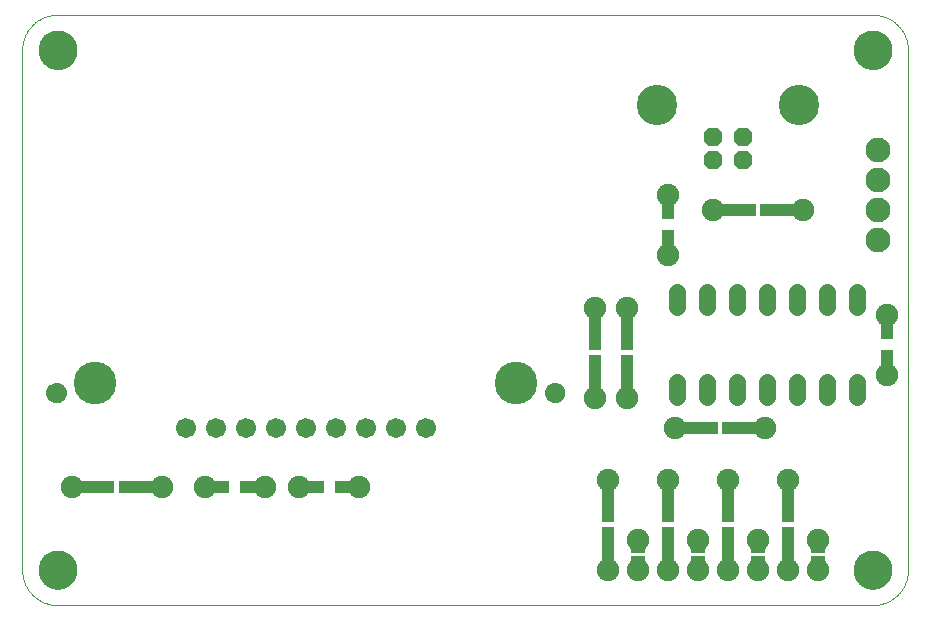
<source format=gts>
G75*
%MOIN*%
%OFA0B0*%
%FSLAX25Y25*%
%IPPOS*%
%LPD*%
%AMOC8*
5,1,8,0,0,1.08239X$1,22.5*
%
%ADD10C,0.00000*%
%ADD11C,0.12998*%
%ADD12R,0.04337X0.10636*%
%ADD13C,0.07487*%
%ADD14C,0.05600*%
%ADD15R,0.12998X0.04337*%
%ADD16OC8,0.06140*%
%ADD17C,0.13455*%
%ADD18R,0.04337X0.12998*%
%ADD19R,0.05124X0.03550*%
%ADD20C,0.08274*%
%ADD21C,0.06699*%
%ADD22C,0.14180*%
%ADD23R,0.10636X0.04337*%
D10*
X0017535Y0005724D02*
X0289189Y0005724D01*
X0282890Y0017535D02*
X0282892Y0017693D01*
X0282898Y0017851D01*
X0282908Y0018009D01*
X0282922Y0018167D01*
X0282940Y0018324D01*
X0282961Y0018481D01*
X0282987Y0018637D01*
X0283017Y0018793D01*
X0283050Y0018948D01*
X0283088Y0019101D01*
X0283129Y0019254D01*
X0283174Y0019406D01*
X0283223Y0019557D01*
X0283276Y0019706D01*
X0283332Y0019854D01*
X0283392Y0020000D01*
X0283456Y0020145D01*
X0283524Y0020288D01*
X0283595Y0020430D01*
X0283669Y0020570D01*
X0283747Y0020707D01*
X0283829Y0020843D01*
X0283913Y0020977D01*
X0284002Y0021108D01*
X0284093Y0021237D01*
X0284188Y0021364D01*
X0284285Y0021489D01*
X0284386Y0021611D01*
X0284490Y0021730D01*
X0284597Y0021847D01*
X0284707Y0021961D01*
X0284820Y0022072D01*
X0284935Y0022181D01*
X0285053Y0022286D01*
X0285174Y0022388D01*
X0285297Y0022488D01*
X0285423Y0022584D01*
X0285551Y0022677D01*
X0285681Y0022767D01*
X0285814Y0022853D01*
X0285949Y0022937D01*
X0286085Y0023016D01*
X0286224Y0023093D01*
X0286365Y0023165D01*
X0286507Y0023235D01*
X0286651Y0023300D01*
X0286797Y0023362D01*
X0286944Y0023420D01*
X0287093Y0023475D01*
X0287243Y0023526D01*
X0287394Y0023573D01*
X0287546Y0023616D01*
X0287699Y0023655D01*
X0287854Y0023691D01*
X0288009Y0023722D01*
X0288165Y0023750D01*
X0288321Y0023774D01*
X0288478Y0023794D01*
X0288636Y0023810D01*
X0288793Y0023822D01*
X0288952Y0023830D01*
X0289110Y0023834D01*
X0289268Y0023834D01*
X0289426Y0023830D01*
X0289585Y0023822D01*
X0289742Y0023810D01*
X0289900Y0023794D01*
X0290057Y0023774D01*
X0290213Y0023750D01*
X0290369Y0023722D01*
X0290524Y0023691D01*
X0290679Y0023655D01*
X0290832Y0023616D01*
X0290984Y0023573D01*
X0291135Y0023526D01*
X0291285Y0023475D01*
X0291434Y0023420D01*
X0291581Y0023362D01*
X0291727Y0023300D01*
X0291871Y0023235D01*
X0292013Y0023165D01*
X0292154Y0023093D01*
X0292293Y0023016D01*
X0292429Y0022937D01*
X0292564Y0022853D01*
X0292697Y0022767D01*
X0292827Y0022677D01*
X0292955Y0022584D01*
X0293081Y0022488D01*
X0293204Y0022388D01*
X0293325Y0022286D01*
X0293443Y0022181D01*
X0293558Y0022072D01*
X0293671Y0021961D01*
X0293781Y0021847D01*
X0293888Y0021730D01*
X0293992Y0021611D01*
X0294093Y0021489D01*
X0294190Y0021364D01*
X0294285Y0021237D01*
X0294376Y0021108D01*
X0294465Y0020977D01*
X0294549Y0020843D01*
X0294631Y0020707D01*
X0294709Y0020570D01*
X0294783Y0020430D01*
X0294854Y0020288D01*
X0294922Y0020145D01*
X0294986Y0020000D01*
X0295046Y0019854D01*
X0295102Y0019706D01*
X0295155Y0019557D01*
X0295204Y0019406D01*
X0295249Y0019254D01*
X0295290Y0019101D01*
X0295328Y0018948D01*
X0295361Y0018793D01*
X0295391Y0018637D01*
X0295417Y0018481D01*
X0295438Y0018324D01*
X0295456Y0018167D01*
X0295470Y0018009D01*
X0295480Y0017851D01*
X0295486Y0017693D01*
X0295488Y0017535D01*
X0295486Y0017377D01*
X0295480Y0017219D01*
X0295470Y0017061D01*
X0295456Y0016903D01*
X0295438Y0016746D01*
X0295417Y0016589D01*
X0295391Y0016433D01*
X0295361Y0016277D01*
X0295328Y0016122D01*
X0295290Y0015969D01*
X0295249Y0015816D01*
X0295204Y0015664D01*
X0295155Y0015513D01*
X0295102Y0015364D01*
X0295046Y0015216D01*
X0294986Y0015070D01*
X0294922Y0014925D01*
X0294854Y0014782D01*
X0294783Y0014640D01*
X0294709Y0014500D01*
X0294631Y0014363D01*
X0294549Y0014227D01*
X0294465Y0014093D01*
X0294376Y0013962D01*
X0294285Y0013833D01*
X0294190Y0013706D01*
X0294093Y0013581D01*
X0293992Y0013459D01*
X0293888Y0013340D01*
X0293781Y0013223D01*
X0293671Y0013109D01*
X0293558Y0012998D01*
X0293443Y0012889D01*
X0293325Y0012784D01*
X0293204Y0012682D01*
X0293081Y0012582D01*
X0292955Y0012486D01*
X0292827Y0012393D01*
X0292697Y0012303D01*
X0292564Y0012217D01*
X0292429Y0012133D01*
X0292293Y0012054D01*
X0292154Y0011977D01*
X0292013Y0011905D01*
X0291871Y0011835D01*
X0291727Y0011770D01*
X0291581Y0011708D01*
X0291434Y0011650D01*
X0291285Y0011595D01*
X0291135Y0011544D01*
X0290984Y0011497D01*
X0290832Y0011454D01*
X0290679Y0011415D01*
X0290524Y0011379D01*
X0290369Y0011348D01*
X0290213Y0011320D01*
X0290057Y0011296D01*
X0289900Y0011276D01*
X0289742Y0011260D01*
X0289585Y0011248D01*
X0289426Y0011240D01*
X0289268Y0011236D01*
X0289110Y0011236D01*
X0288952Y0011240D01*
X0288793Y0011248D01*
X0288636Y0011260D01*
X0288478Y0011276D01*
X0288321Y0011296D01*
X0288165Y0011320D01*
X0288009Y0011348D01*
X0287854Y0011379D01*
X0287699Y0011415D01*
X0287546Y0011454D01*
X0287394Y0011497D01*
X0287243Y0011544D01*
X0287093Y0011595D01*
X0286944Y0011650D01*
X0286797Y0011708D01*
X0286651Y0011770D01*
X0286507Y0011835D01*
X0286365Y0011905D01*
X0286224Y0011977D01*
X0286085Y0012054D01*
X0285949Y0012133D01*
X0285814Y0012217D01*
X0285681Y0012303D01*
X0285551Y0012393D01*
X0285423Y0012486D01*
X0285297Y0012582D01*
X0285174Y0012682D01*
X0285053Y0012784D01*
X0284935Y0012889D01*
X0284820Y0012998D01*
X0284707Y0013109D01*
X0284597Y0013223D01*
X0284490Y0013340D01*
X0284386Y0013459D01*
X0284285Y0013581D01*
X0284188Y0013706D01*
X0284093Y0013833D01*
X0284002Y0013962D01*
X0283913Y0014093D01*
X0283829Y0014227D01*
X0283747Y0014363D01*
X0283669Y0014500D01*
X0283595Y0014640D01*
X0283524Y0014782D01*
X0283456Y0014925D01*
X0283392Y0015070D01*
X0283332Y0015216D01*
X0283276Y0015364D01*
X0283223Y0015513D01*
X0283174Y0015664D01*
X0283129Y0015816D01*
X0283088Y0015969D01*
X0283050Y0016122D01*
X0283017Y0016277D01*
X0282987Y0016433D01*
X0282961Y0016589D01*
X0282940Y0016746D01*
X0282922Y0016903D01*
X0282908Y0017061D01*
X0282898Y0017219D01*
X0282892Y0017377D01*
X0282890Y0017535D01*
X0289189Y0005724D02*
X0289474Y0005727D01*
X0289760Y0005738D01*
X0290045Y0005755D01*
X0290329Y0005779D01*
X0290613Y0005810D01*
X0290896Y0005848D01*
X0291177Y0005893D01*
X0291458Y0005944D01*
X0291738Y0006002D01*
X0292016Y0006067D01*
X0292292Y0006139D01*
X0292566Y0006217D01*
X0292839Y0006302D01*
X0293109Y0006394D01*
X0293377Y0006492D01*
X0293643Y0006596D01*
X0293906Y0006707D01*
X0294166Y0006824D01*
X0294424Y0006947D01*
X0294678Y0007077D01*
X0294929Y0007213D01*
X0295177Y0007354D01*
X0295421Y0007502D01*
X0295662Y0007655D01*
X0295898Y0007815D01*
X0296131Y0007980D01*
X0296360Y0008150D01*
X0296585Y0008326D01*
X0296805Y0008508D01*
X0297021Y0008694D01*
X0297232Y0008886D01*
X0297439Y0009083D01*
X0297641Y0009285D01*
X0297838Y0009492D01*
X0298030Y0009703D01*
X0298216Y0009919D01*
X0298398Y0010139D01*
X0298574Y0010364D01*
X0298744Y0010593D01*
X0298909Y0010826D01*
X0299069Y0011062D01*
X0299222Y0011303D01*
X0299370Y0011547D01*
X0299511Y0011795D01*
X0299647Y0012046D01*
X0299777Y0012300D01*
X0299900Y0012558D01*
X0300017Y0012818D01*
X0300128Y0013081D01*
X0300232Y0013347D01*
X0300330Y0013615D01*
X0300422Y0013885D01*
X0300507Y0014158D01*
X0300585Y0014432D01*
X0300657Y0014708D01*
X0300722Y0014986D01*
X0300780Y0015266D01*
X0300831Y0015547D01*
X0300876Y0015828D01*
X0300914Y0016111D01*
X0300945Y0016395D01*
X0300969Y0016679D01*
X0300986Y0016964D01*
X0300997Y0017250D01*
X0301000Y0017535D01*
X0301000Y0190764D01*
X0282890Y0190764D02*
X0282892Y0190922D01*
X0282898Y0191080D01*
X0282908Y0191238D01*
X0282922Y0191396D01*
X0282940Y0191553D01*
X0282961Y0191710D01*
X0282987Y0191866D01*
X0283017Y0192022D01*
X0283050Y0192177D01*
X0283088Y0192330D01*
X0283129Y0192483D01*
X0283174Y0192635D01*
X0283223Y0192786D01*
X0283276Y0192935D01*
X0283332Y0193083D01*
X0283392Y0193229D01*
X0283456Y0193374D01*
X0283524Y0193517D01*
X0283595Y0193659D01*
X0283669Y0193799D01*
X0283747Y0193936D01*
X0283829Y0194072D01*
X0283913Y0194206D01*
X0284002Y0194337D01*
X0284093Y0194466D01*
X0284188Y0194593D01*
X0284285Y0194718D01*
X0284386Y0194840D01*
X0284490Y0194959D01*
X0284597Y0195076D01*
X0284707Y0195190D01*
X0284820Y0195301D01*
X0284935Y0195410D01*
X0285053Y0195515D01*
X0285174Y0195617D01*
X0285297Y0195717D01*
X0285423Y0195813D01*
X0285551Y0195906D01*
X0285681Y0195996D01*
X0285814Y0196082D01*
X0285949Y0196166D01*
X0286085Y0196245D01*
X0286224Y0196322D01*
X0286365Y0196394D01*
X0286507Y0196464D01*
X0286651Y0196529D01*
X0286797Y0196591D01*
X0286944Y0196649D01*
X0287093Y0196704D01*
X0287243Y0196755D01*
X0287394Y0196802D01*
X0287546Y0196845D01*
X0287699Y0196884D01*
X0287854Y0196920D01*
X0288009Y0196951D01*
X0288165Y0196979D01*
X0288321Y0197003D01*
X0288478Y0197023D01*
X0288636Y0197039D01*
X0288793Y0197051D01*
X0288952Y0197059D01*
X0289110Y0197063D01*
X0289268Y0197063D01*
X0289426Y0197059D01*
X0289585Y0197051D01*
X0289742Y0197039D01*
X0289900Y0197023D01*
X0290057Y0197003D01*
X0290213Y0196979D01*
X0290369Y0196951D01*
X0290524Y0196920D01*
X0290679Y0196884D01*
X0290832Y0196845D01*
X0290984Y0196802D01*
X0291135Y0196755D01*
X0291285Y0196704D01*
X0291434Y0196649D01*
X0291581Y0196591D01*
X0291727Y0196529D01*
X0291871Y0196464D01*
X0292013Y0196394D01*
X0292154Y0196322D01*
X0292293Y0196245D01*
X0292429Y0196166D01*
X0292564Y0196082D01*
X0292697Y0195996D01*
X0292827Y0195906D01*
X0292955Y0195813D01*
X0293081Y0195717D01*
X0293204Y0195617D01*
X0293325Y0195515D01*
X0293443Y0195410D01*
X0293558Y0195301D01*
X0293671Y0195190D01*
X0293781Y0195076D01*
X0293888Y0194959D01*
X0293992Y0194840D01*
X0294093Y0194718D01*
X0294190Y0194593D01*
X0294285Y0194466D01*
X0294376Y0194337D01*
X0294465Y0194206D01*
X0294549Y0194072D01*
X0294631Y0193936D01*
X0294709Y0193799D01*
X0294783Y0193659D01*
X0294854Y0193517D01*
X0294922Y0193374D01*
X0294986Y0193229D01*
X0295046Y0193083D01*
X0295102Y0192935D01*
X0295155Y0192786D01*
X0295204Y0192635D01*
X0295249Y0192483D01*
X0295290Y0192330D01*
X0295328Y0192177D01*
X0295361Y0192022D01*
X0295391Y0191866D01*
X0295417Y0191710D01*
X0295438Y0191553D01*
X0295456Y0191396D01*
X0295470Y0191238D01*
X0295480Y0191080D01*
X0295486Y0190922D01*
X0295488Y0190764D01*
X0295486Y0190606D01*
X0295480Y0190448D01*
X0295470Y0190290D01*
X0295456Y0190132D01*
X0295438Y0189975D01*
X0295417Y0189818D01*
X0295391Y0189662D01*
X0295361Y0189506D01*
X0295328Y0189351D01*
X0295290Y0189198D01*
X0295249Y0189045D01*
X0295204Y0188893D01*
X0295155Y0188742D01*
X0295102Y0188593D01*
X0295046Y0188445D01*
X0294986Y0188299D01*
X0294922Y0188154D01*
X0294854Y0188011D01*
X0294783Y0187869D01*
X0294709Y0187729D01*
X0294631Y0187592D01*
X0294549Y0187456D01*
X0294465Y0187322D01*
X0294376Y0187191D01*
X0294285Y0187062D01*
X0294190Y0186935D01*
X0294093Y0186810D01*
X0293992Y0186688D01*
X0293888Y0186569D01*
X0293781Y0186452D01*
X0293671Y0186338D01*
X0293558Y0186227D01*
X0293443Y0186118D01*
X0293325Y0186013D01*
X0293204Y0185911D01*
X0293081Y0185811D01*
X0292955Y0185715D01*
X0292827Y0185622D01*
X0292697Y0185532D01*
X0292564Y0185446D01*
X0292429Y0185362D01*
X0292293Y0185283D01*
X0292154Y0185206D01*
X0292013Y0185134D01*
X0291871Y0185064D01*
X0291727Y0184999D01*
X0291581Y0184937D01*
X0291434Y0184879D01*
X0291285Y0184824D01*
X0291135Y0184773D01*
X0290984Y0184726D01*
X0290832Y0184683D01*
X0290679Y0184644D01*
X0290524Y0184608D01*
X0290369Y0184577D01*
X0290213Y0184549D01*
X0290057Y0184525D01*
X0289900Y0184505D01*
X0289742Y0184489D01*
X0289585Y0184477D01*
X0289426Y0184469D01*
X0289268Y0184465D01*
X0289110Y0184465D01*
X0288952Y0184469D01*
X0288793Y0184477D01*
X0288636Y0184489D01*
X0288478Y0184505D01*
X0288321Y0184525D01*
X0288165Y0184549D01*
X0288009Y0184577D01*
X0287854Y0184608D01*
X0287699Y0184644D01*
X0287546Y0184683D01*
X0287394Y0184726D01*
X0287243Y0184773D01*
X0287093Y0184824D01*
X0286944Y0184879D01*
X0286797Y0184937D01*
X0286651Y0184999D01*
X0286507Y0185064D01*
X0286365Y0185134D01*
X0286224Y0185206D01*
X0286085Y0185283D01*
X0285949Y0185362D01*
X0285814Y0185446D01*
X0285681Y0185532D01*
X0285551Y0185622D01*
X0285423Y0185715D01*
X0285297Y0185811D01*
X0285174Y0185911D01*
X0285053Y0186013D01*
X0284935Y0186118D01*
X0284820Y0186227D01*
X0284707Y0186338D01*
X0284597Y0186452D01*
X0284490Y0186569D01*
X0284386Y0186688D01*
X0284285Y0186810D01*
X0284188Y0186935D01*
X0284093Y0187062D01*
X0284002Y0187191D01*
X0283913Y0187322D01*
X0283829Y0187456D01*
X0283747Y0187592D01*
X0283669Y0187729D01*
X0283595Y0187869D01*
X0283524Y0188011D01*
X0283456Y0188154D01*
X0283392Y0188299D01*
X0283332Y0188445D01*
X0283276Y0188593D01*
X0283223Y0188742D01*
X0283174Y0188893D01*
X0283129Y0189045D01*
X0283088Y0189198D01*
X0283050Y0189351D01*
X0283017Y0189506D01*
X0282987Y0189662D01*
X0282961Y0189818D01*
X0282940Y0189975D01*
X0282922Y0190132D01*
X0282908Y0190290D01*
X0282898Y0190448D01*
X0282892Y0190606D01*
X0282890Y0190764D01*
X0289189Y0202575D02*
X0289474Y0202572D01*
X0289760Y0202561D01*
X0290045Y0202544D01*
X0290329Y0202520D01*
X0290613Y0202489D01*
X0290896Y0202451D01*
X0291177Y0202406D01*
X0291458Y0202355D01*
X0291738Y0202297D01*
X0292016Y0202232D01*
X0292292Y0202160D01*
X0292566Y0202082D01*
X0292839Y0201997D01*
X0293109Y0201905D01*
X0293377Y0201807D01*
X0293643Y0201703D01*
X0293906Y0201592D01*
X0294166Y0201475D01*
X0294424Y0201352D01*
X0294678Y0201222D01*
X0294929Y0201086D01*
X0295177Y0200945D01*
X0295421Y0200797D01*
X0295662Y0200644D01*
X0295898Y0200484D01*
X0296131Y0200319D01*
X0296360Y0200149D01*
X0296585Y0199973D01*
X0296805Y0199791D01*
X0297021Y0199605D01*
X0297232Y0199413D01*
X0297439Y0199216D01*
X0297641Y0199014D01*
X0297838Y0198807D01*
X0298030Y0198596D01*
X0298216Y0198380D01*
X0298398Y0198160D01*
X0298574Y0197935D01*
X0298744Y0197706D01*
X0298909Y0197473D01*
X0299069Y0197237D01*
X0299222Y0196996D01*
X0299370Y0196752D01*
X0299511Y0196504D01*
X0299647Y0196253D01*
X0299777Y0195999D01*
X0299900Y0195741D01*
X0300017Y0195481D01*
X0300128Y0195218D01*
X0300232Y0194952D01*
X0300330Y0194684D01*
X0300422Y0194414D01*
X0300507Y0194141D01*
X0300585Y0193867D01*
X0300657Y0193591D01*
X0300722Y0193313D01*
X0300780Y0193033D01*
X0300831Y0192752D01*
X0300876Y0192471D01*
X0300914Y0192188D01*
X0300945Y0191904D01*
X0300969Y0191620D01*
X0300986Y0191335D01*
X0300997Y0191049D01*
X0301000Y0190764D01*
X0289189Y0202575D02*
X0017535Y0202575D01*
X0011236Y0190764D02*
X0011238Y0190922D01*
X0011244Y0191080D01*
X0011254Y0191238D01*
X0011268Y0191396D01*
X0011286Y0191553D01*
X0011307Y0191710D01*
X0011333Y0191866D01*
X0011363Y0192022D01*
X0011396Y0192177D01*
X0011434Y0192330D01*
X0011475Y0192483D01*
X0011520Y0192635D01*
X0011569Y0192786D01*
X0011622Y0192935D01*
X0011678Y0193083D01*
X0011738Y0193229D01*
X0011802Y0193374D01*
X0011870Y0193517D01*
X0011941Y0193659D01*
X0012015Y0193799D01*
X0012093Y0193936D01*
X0012175Y0194072D01*
X0012259Y0194206D01*
X0012348Y0194337D01*
X0012439Y0194466D01*
X0012534Y0194593D01*
X0012631Y0194718D01*
X0012732Y0194840D01*
X0012836Y0194959D01*
X0012943Y0195076D01*
X0013053Y0195190D01*
X0013166Y0195301D01*
X0013281Y0195410D01*
X0013399Y0195515D01*
X0013520Y0195617D01*
X0013643Y0195717D01*
X0013769Y0195813D01*
X0013897Y0195906D01*
X0014027Y0195996D01*
X0014160Y0196082D01*
X0014295Y0196166D01*
X0014431Y0196245D01*
X0014570Y0196322D01*
X0014711Y0196394D01*
X0014853Y0196464D01*
X0014997Y0196529D01*
X0015143Y0196591D01*
X0015290Y0196649D01*
X0015439Y0196704D01*
X0015589Y0196755D01*
X0015740Y0196802D01*
X0015892Y0196845D01*
X0016045Y0196884D01*
X0016200Y0196920D01*
X0016355Y0196951D01*
X0016511Y0196979D01*
X0016667Y0197003D01*
X0016824Y0197023D01*
X0016982Y0197039D01*
X0017139Y0197051D01*
X0017298Y0197059D01*
X0017456Y0197063D01*
X0017614Y0197063D01*
X0017772Y0197059D01*
X0017931Y0197051D01*
X0018088Y0197039D01*
X0018246Y0197023D01*
X0018403Y0197003D01*
X0018559Y0196979D01*
X0018715Y0196951D01*
X0018870Y0196920D01*
X0019025Y0196884D01*
X0019178Y0196845D01*
X0019330Y0196802D01*
X0019481Y0196755D01*
X0019631Y0196704D01*
X0019780Y0196649D01*
X0019927Y0196591D01*
X0020073Y0196529D01*
X0020217Y0196464D01*
X0020359Y0196394D01*
X0020500Y0196322D01*
X0020639Y0196245D01*
X0020775Y0196166D01*
X0020910Y0196082D01*
X0021043Y0195996D01*
X0021173Y0195906D01*
X0021301Y0195813D01*
X0021427Y0195717D01*
X0021550Y0195617D01*
X0021671Y0195515D01*
X0021789Y0195410D01*
X0021904Y0195301D01*
X0022017Y0195190D01*
X0022127Y0195076D01*
X0022234Y0194959D01*
X0022338Y0194840D01*
X0022439Y0194718D01*
X0022536Y0194593D01*
X0022631Y0194466D01*
X0022722Y0194337D01*
X0022811Y0194206D01*
X0022895Y0194072D01*
X0022977Y0193936D01*
X0023055Y0193799D01*
X0023129Y0193659D01*
X0023200Y0193517D01*
X0023268Y0193374D01*
X0023332Y0193229D01*
X0023392Y0193083D01*
X0023448Y0192935D01*
X0023501Y0192786D01*
X0023550Y0192635D01*
X0023595Y0192483D01*
X0023636Y0192330D01*
X0023674Y0192177D01*
X0023707Y0192022D01*
X0023737Y0191866D01*
X0023763Y0191710D01*
X0023784Y0191553D01*
X0023802Y0191396D01*
X0023816Y0191238D01*
X0023826Y0191080D01*
X0023832Y0190922D01*
X0023834Y0190764D01*
X0023832Y0190606D01*
X0023826Y0190448D01*
X0023816Y0190290D01*
X0023802Y0190132D01*
X0023784Y0189975D01*
X0023763Y0189818D01*
X0023737Y0189662D01*
X0023707Y0189506D01*
X0023674Y0189351D01*
X0023636Y0189198D01*
X0023595Y0189045D01*
X0023550Y0188893D01*
X0023501Y0188742D01*
X0023448Y0188593D01*
X0023392Y0188445D01*
X0023332Y0188299D01*
X0023268Y0188154D01*
X0023200Y0188011D01*
X0023129Y0187869D01*
X0023055Y0187729D01*
X0022977Y0187592D01*
X0022895Y0187456D01*
X0022811Y0187322D01*
X0022722Y0187191D01*
X0022631Y0187062D01*
X0022536Y0186935D01*
X0022439Y0186810D01*
X0022338Y0186688D01*
X0022234Y0186569D01*
X0022127Y0186452D01*
X0022017Y0186338D01*
X0021904Y0186227D01*
X0021789Y0186118D01*
X0021671Y0186013D01*
X0021550Y0185911D01*
X0021427Y0185811D01*
X0021301Y0185715D01*
X0021173Y0185622D01*
X0021043Y0185532D01*
X0020910Y0185446D01*
X0020775Y0185362D01*
X0020639Y0185283D01*
X0020500Y0185206D01*
X0020359Y0185134D01*
X0020217Y0185064D01*
X0020073Y0184999D01*
X0019927Y0184937D01*
X0019780Y0184879D01*
X0019631Y0184824D01*
X0019481Y0184773D01*
X0019330Y0184726D01*
X0019178Y0184683D01*
X0019025Y0184644D01*
X0018870Y0184608D01*
X0018715Y0184577D01*
X0018559Y0184549D01*
X0018403Y0184525D01*
X0018246Y0184505D01*
X0018088Y0184489D01*
X0017931Y0184477D01*
X0017772Y0184469D01*
X0017614Y0184465D01*
X0017456Y0184465D01*
X0017298Y0184469D01*
X0017139Y0184477D01*
X0016982Y0184489D01*
X0016824Y0184505D01*
X0016667Y0184525D01*
X0016511Y0184549D01*
X0016355Y0184577D01*
X0016200Y0184608D01*
X0016045Y0184644D01*
X0015892Y0184683D01*
X0015740Y0184726D01*
X0015589Y0184773D01*
X0015439Y0184824D01*
X0015290Y0184879D01*
X0015143Y0184937D01*
X0014997Y0184999D01*
X0014853Y0185064D01*
X0014711Y0185134D01*
X0014570Y0185206D01*
X0014431Y0185283D01*
X0014295Y0185362D01*
X0014160Y0185446D01*
X0014027Y0185532D01*
X0013897Y0185622D01*
X0013769Y0185715D01*
X0013643Y0185811D01*
X0013520Y0185911D01*
X0013399Y0186013D01*
X0013281Y0186118D01*
X0013166Y0186227D01*
X0013053Y0186338D01*
X0012943Y0186452D01*
X0012836Y0186569D01*
X0012732Y0186688D01*
X0012631Y0186810D01*
X0012534Y0186935D01*
X0012439Y0187062D01*
X0012348Y0187191D01*
X0012259Y0187322D01*
X0012175Y0187456D01*
X0012093Y0187592D01*
X0012015Y0187729D01*
X0011941Y0187869D01*
X0011870Y0188011D01*
X0011802Y0188154D01*
X0011738Y0188299D01*
X0011678Y0188445D01*
X0011622Y0188593D01*
X0011569Y0188742D01*
X0011520Y0188893D01*
X0011475Y0189045D01*
X0011434Y0189198D01*
X0011396Y0189351D01*
X0011363Y0189506D01*
X0011333Y0189662D01*
X0011307Y0189818D01*
X0011286Y0189975D01*
X0011268Y0190132D01*
X0011254Y0190290D01*
X0011244Y0190448D01*
X0011238Y0190606D01*
X0011236Y0190764D01*
X0005724Y0190764D02*
X0005724Y0017535D01*
X0011236Y0017535D02*
X0011238Y0017693D01*
X0011244Y0017851D01*
X0011254Y0018009D01*
X0011268Y0018167D01*
X0011286Y0018324D01*
X0011307Y0018481D01*
X0011333Y0018637D01*
X0011363Y0018793D01*
X0011396Y0018948D01*
X0011434Y0019101D01*
X0011475Y0019254D01*
X0011520Y0019406D01*
X0011569Y0019557D01*
X0011622Y0019706D01*
X0011678Y0019854D01*
X0011738Y0020000D01*
X0011802Y0020145D01*
X0011870Y0020288D01*
X0011941Y0020430D01*
X0012015Y0020570D01*
X0012093Y0020707D01*
X0012175Y0020843D01*
X0012259Y0020977D01*
X0012348Y0021108D01*
X0012439Y0021237D01*
X0012534Y0021364D01*
X0012631Y0021489D01*
X0012732Y0021611D01*
X0012836Y0021730D01*
X0012943Y0021847D01*
X0013053Y0021961D01*
X0013166Y0022072D01*
X0013281Y0022181D01*
X0013399Y0022286D01*
X0013520Y0022388D01*
X0013643Y0022488D01*
X0013769Y0022584D01*
X0013897Y0022677D01*
X0014027Y0022767D01*
X0014160Y0022853D01*
X0014295Y0022937D01*
X0014431Y0023016D01*
X0014570Y0023093D01*
X0014711Y0023165D01*
X0014853Y0023235D01*
X0014997Y0023300D01*
X0015143Y0023362D01*
X0015290Y0023420D01*
X0015439Y0023475D01*
X0015589Y0023526D01*
X0015740Y0023573D01*
X0015892Y0023616D01*
X0016045Y0023655D01*
X0016200Y0023691D01*
X0016355Y0023722D01*
X0016511Y0023750D01*
X0016667Y0023774D01*
X0016824Y0023794D01*
X0016982Y0023810D01*
X0017139Y0023822D01*
X0017298Y0023830D01*
X0017456Y0023834D01*
X0017614Y0023834D01*
X0017772Y0023830D01*
X0017931Y0023822D01*
X0018088Y0023810D01*
X0018246Y0023794D01*
X0018403Y0023774D01*
X0018559Y0023750D01*
X0018715Y0023722D01*
X0018870Y0023691D01*
X0019025Y0023655D01*
X0019178Y0023616D01*
X0019330Y0023573D01*
X0019481Y0023526D01*
X0019631Y0023475D01*
X0019780Y0023420D01*
X0019927Y0023362D01*
X0020073Y0023300D01*
X0020217Y0023235D01*
X0020359Y0023165D01*
X0020500Y0023093D01*
X0020639Y0023016D01*
X0020775Y0022937D01*
X0020910Y0022853D01*
X0021043Y0022767D01*
X0021173Y0022677D01*
X0021301Y0022584D01*
X0021427Y0022488D01*
X0021550Y0022388D01*
X0021671Y0022286D01*
X0021789Y0022181D01*
X0021904Y0022072D01*
X0022017Y0021961D01*
X0022127Y0021847D01*
X0022234Y0021730D01*
X0022338Y0021611D01*
X0022439Y0021489D01*
X0022536Y0021364D01*
X0022631Y0021237D01*
X0022722Y0021108D01*
X0022811Y0020977D01*
X0022895Y0020843D01*
X0022977Y0020707D01*
X0023055Y0020570D01*
X0023129Y0020430D01*
X0023200Y0020288D01*
X0023268Y0020145D01*
X0023332Y0020000D01*
X0023392Y0019854D01*
X0023448Y0019706D01*
X0023501Y0019557D01*
X0023550Y0019406D01*
X0023595Y0019254D01*
X0023636Y0019101D01*
X0023674Y0018948D01*
X0023707Y0018793D01*
X0023737Y0018637D01*
X0023763Y0018481D01*
X0023784Y0018324D01*
X0023802Y0018167D01*
X0023816Y0018009D01*
X0023826Y0017851D01*
X0023832Y0017693D01*
X0023834Y0017535D01*
X0023832Y0017377D01*
X0023826Y0017219D01*
X0023816Y0017061D01*
X0023802Y0016903D01*
X0023784Y0016746D01*
X0023763Y0016589D01*
X0023737Y0016433D01*
X0023707Y0016277D01*
X0023674Y0016122D01*
X0023636Y0015969D01*
X0023595Y0015816D01*
X0023550Y0015664D01*
X0023501Y0015513D01*
X0023448Y0015364D01*
X0023392Y0015216D01*
X0023332Y0015070D01*
X0023268Y0014925D01*
X0023200Y0014782D01*
X0023129Y0014640D01*
X0023055Y0014500D01*
X0022977Y0014363D01*
X0022895Y0014227D01*
X0022811Y0014093D01*
X0022722Y0013962D01*
X0022631Y0013833D01*
X0022536Y0013706D01*
X0022439Y0013581D01*
X0022338Y0013459D01*
X0022234Y0013340D01*
X0022127Y0013223D01*
X0022017Y0013109D01*
X0021904Y0012998D01*
X0021789Y0012889D01*
X0021671Y0012784D01*
X0021550Y0012682D01*
X0021427Y0012582D01*
X0021301Y0012486D01*
X0021173Y0012393D01*
X0021043Y0012303D01*
X0020910Y0012217D01*
X0020775Y0012133D01*
X0020639Y0012054D01*
X0020500Y0011977D01*
X0020359Y0011905D01*
X0020217Y0011835D01*
X0020073Y0011770D01*
X0019927Y0011708D01*
X0019780Y0011650D01*
X0019631Y0011595D01*
X0019481Y0011544D01*
X0019330Y0011497D01*
X0019178Y0011454D01*
X0019025Y0011415D01*
X0018870Y0011379D01*
X0018715Y0011348D01*
X0018559Y0011320D01*
X0018403Y0011296D01*
X0018246Y0011276D01*
X0018088Y0011260D01*
X0017931Y0011248D01*
X0017772Y0011240D01*
X0017614Y0011236D01*
X0017456Y0011236D01*
X0017298Y0011240D01*
X0017139Y0011248D01*
X0016982Y0011260D01*
X0016824Y0011276D01*
X0016667Y0011296D01*
X0016511Y0011320D01*
X0016355Y0011348D01*
X0016200Y0011379D01*
X0016045Y0011415D01*
X0015892Y0011454D01*
X0015740Y0011497D01*
X0015589Y0011544D01*
X0015439Y0011595D01*
X0015290Y0011650D01*
X0015143Y0011708D01*
X0014997Y0011770D01*
X0014853Y0011835D01*
X0014711Y0011905D01*
X0014570Y0011977D01*
X0014431Y0012054D01*
X0014295Y0012133D01*
X0014160Y0012217D01*
X0014027Y0012303D01*
X0013897Y0012393D01*
X0013769Y0012486D01*
X0013643Y0012582D01*
X0013520Y0012682D01*
X0013399Y0012784D01*
X0013281Y0012889D01*
X0013166Y0012998D01*
X0013053Y0013109D01*
X0012943Y0013223D01*
X0012836Y0013340D01*
X0012732Y0013459D01*
X0012631Y0013581D01*
X0012534Y0013706D01*
X0012439Y0013833D01*
X0012348Y0013962D01*
X0012259Y0014093D01*
X0012175Y0014227D01*
X0012093Y0014363D01*
X0012015Y0014500D01*
X0011941Y0014640D01*
X0011870Y0014782D01*
X0011802Y0014925D01*
X0011738Y0015070D01*
X0011678Y0015216D01*
X0011622Y0015364D01*
X0011569Y0015513D01*
X0011520Y0015664D01*
X0011475Y0015816D01*
X0011434Y0015969D01*
X0011396Y0016122D01*
X0011363Y0016277D01*
X0011333Y0016433D01*
X0011307Y0016589D01*
X0011286Y0016746D01*
X0011268Y0016903D01*
X0011254Y0017061D01*
X0011244Y0017219D01*
X0011238Y0017377D01*
X0011236Y0017535D01*
X0005724Y0017535D02*
X0005727Y0017250D01*
X0005738Y0016964D01*
X0005755Y0016679D01*
X0005779Y0016395D01*
X0005810Y0016111D01*
X0005848Y0015828D01*
X0005893Y0015547D01*
X0005944Y0015266D01*
X0006002Y0014986D01*
X0006067Y0014708D01*
X0006139Y0014432D01*
X0006217Y0014158D01*
X0006302Y0013885D01*
X0006394Y0013615D01*
X0006492Y0013347D01*
X0006596Y0013081D01*
X0006707Y0012818D01*
X0006824Y0012558D01*
X0006947Y0012300D01*
X0007077Y0012046D01*
X0007213Y0011795D01*
X0007354Y0011547D01*
X0007502Y0011303D01*
X0007655Y0011062D01*
X0007815Y0010826D01*
X0007980Y0010593D01*
X0008150Y0010364D01*
X0008326Y0010139D01*
X0008508Y0009919D01*
X0008694Y0009703D01*
X0008886Y0009492D01*
X0009083Y0009285D01*
X0009285Y0009083D01*
X0009492Y0008886D01*
X0009703Y0008694D01*
X0009919Y0008508D01*
X0010139Y0008326D01*
X0010364Y0008150D01*
X0010593Y0007980D01*
X0010826Y0007815D01*
X0011062Y0007655D01*
X0011303Y0007502D01*
X0011547Y0007354D01*
X0011795Y0007213D01*
X0012046Y0007077D01*
X0012300Y0006947D01*
X0012558Y0006824D01*
X0012818Y0006707D01*
X0013081Y0006596D01*
X0013347Y0006492D01*
X0013615Y0006394D01*
X0013885Y0006302D01*
X0014158Y0006217D01*
X0014432Y0006139D01*
X0014708Y0006067D01*
X0014986Y0006002D01*
X0015266Y0005944D01*
X0015547Y0005893D01*
X0015828Y0005848D01*
X0016111Y0005810D01*
X0016395Y0005779D01*
X0016679Y0005755D01*
X0016964Y0005738D01*
X0017250Y0005727D01*
X0017535Y0005724D01*
X0013992Y0076591D02*
X0013994Y0076703D01*
X0014000Y0076814D01*
X0014010Y0076926D01*
X0014024Y0077037D01*
X0014041Y0077147D01*
X0014063Y0077257D01*
X0014089Y0077366D01*
X0014118Y0077474D01*
X0014151Y0077580D01*
X0014188Y0077686D01*
X0014229Y0077790D01*
X0014274Y0077893D01*
X0014322Y0077994D01*
X0014373Y0078093D01*
X0014428Y0078190D01*
X0014487Y0078285D01*
X0014548Y0078379D01*
X0014613Y0078470D01*
X0014682Y0078558D01*
X0014753Y0078644D01*
X0014827Y0078728D01*
X0014905Y0078808D01*
X0014985Y0078886D01*
X0015068Y0078962D01*
X0015153Y0079034D01*
X0015241Y0079103D01*
X0015331Y0079169D01*
X0015424Y0079231D01*
X0015519Y0079291D01*
X0015616Y0079347D01*
X0015714Y0079399D01*
X0015815Y0079448D01*
X0015917Y0079493D01*
X0016021Y0079535D01*
X0016126Y0079573D01*
X0016233Y0079607D01*
X0016340Y0079637D01*
X0016449Y0079664D01*
X0016558Y0079686D01*
X0016669Y0079705D01*
X0016779Y0079720D01*
X0016891Y0079731D01*
X0017002Y0079738D01*
X0017114Y0079741D01*
X0017226Y0079740D01*
X0017338Y0079735D01*
X0017449Y0079726D01*
X0017560Y0079713D01*
X0017671Y0079696D01*
X0017781Y0079676D01*
X0017890Y0079651D01*
X0017998Y0079623D01*
X0018105Y0079590D01*
X0018211Y0079554D01*
X0018315Y0079514D01*
X0018418Y0079471D01*
X0018520Y0079424D01*
X0018619Y0079373D01*
X0018717Y0079319D01*
X0018813Y0079261D01*
X0018907Y0079200D01*
X0018998Y0079136D01*
X0019087Y0079069D01*
X0019174Y0078998D01*
X0019258Y0078924D01*
X0019340Y0078848D01*
X0019418Y0078768D01*
X0019494Y0078686D01*
X0019567Y0078601D01*
X0019637Y0078514D01*
X0019703Y0078424D01*
X0019767Y0078332D01*
X0019827Y0078238D01*
X0019884Y0078142D01*
X0019937Y0078043D01*
X0019987Y0077943D01*
X0020033Y0077842D01*
X0020076Y0077738D01*
X0020115Y0077633D01*
X0020150Y0077527D01*
X0020181Y0077420D01*
X0020209Y0077311D01*
X0020232Y0077202D01*
X0020252Y0077092D01*
X0020268Y0076981D01*
X0020280Y0076870D01*
X0020288Y0076759D01*
X0020292Y0076647D01*
X0020292Y0076535D01*
X0020288Y0076423D01*
X0020280Y0076312D01*
X0020268Y0076201D01*
X0020252Y0076090D01*
X0020232Y0075980D01*
X0020209Y0075871D01*
X0020181Y0075762D01*
X0020150Y0075655D01*
X0020115Y0075549D01*
X0020076Y0075444D01*
X0020033Y0075340D01*
X0019987Y0075239D01*
X0019937Y0075139D01*
X0019884Y0075040D01*
X0019827Y0074944D01*
X0019767Y0074850D01*
X0019703Y0074758D01*
X0019637Y0074668D01*
X0019567Y0074581D01*
X0019494Y0074496D01*
X0019418Y0074414D01*
X0019340Y0074334D01*
X0019258Y0074258D01*
X0019174Y0074184D01*
X0019087Y0074113D01*
X0018998Y0074046D01*
X0018907Y0073982D01*
X0018813Y0073921D01*
X0018717Y0073863D01*
X0018619Y0073809D01*
X0018520Y0073758D01*
X0018418Y0073711D01*
X0018315Y0073668D01*
X0018211Y0073628D01*
X0018105Y0073592D01*
X0017998Y0073559D01*
X0017890Y0073531D01*
X0017781Y0073506D01*
X0017671Y0073486D01*
X0017560Y0073469D01*
X0017449Y0073456D01*
X0017338Y0073447D01*
X0017226Y0073442D01*
X0017114Y0073441D01*
X0017002Y0073444D01*
X0016891Y0073451D01*
X0016779Y0073462D01*
X0016669Y0073477D01*
X0016558Y0073496D01*
X0016449Y0073518D01*
X0016340Y0073545D01*
X0016233Y0073575D01*
X0016126Y0073609D01*
X0016021Y0073647D01*
X0015917Y0073689D01*
X0015815Y0073734D01*
X0015714Y0073783D01*
X0015616Y0073835D01*
X0015519Y0073891D01*
X0015424Y0073951D01*
X0015331Y0074013D01*
X0015241Y0074079D01*
X0015153Y0074148D01*
X0015068Y0074220D01*
X0014985Y0074296D01*
X0014905Y0074374D01*
X0014827Y0074454D01*
X0014753Y0074538D01*
X0014682Y0074624D01*
X0014613Y0074712D01*
X0014548Y0074803D01*
X0014487Y0074897D01*
X0014428Y0074992D01*
X0014373Y0075089D01*
X0014322Y0075188D01*
X0014274Y0075289D01*
X0014229Y0075392D01*
X0014188Y0075496D01*
X0014151Y0075602D01*
X0014118Y0075708D01*
X0014089Y0075816D01*
X0014063Y0075925D01*
X0014041Y0076035D01*
X0014024Y0076145D01*
X0014010Y0076256D01*
X0014000Y0076368D01*
X0013994Y0076479D01*
X0013992Y0076591D01*
X0005724Y0190764D02*
X0005727Y0191049D01*
X0005738Y0191335D01*
X0005755Y0191620D01*
X0005779Y0191904D01*
X0005810Y0192188D01*
X0005848Y0192471D01*
X0005893Y0192752D01*
X0005944Y0193033D01*
X0006002Y0193313D01*
X0006067Y0193591D01*
X0006139Y0193867D01*
X0006217Y0194141D01*
X0006302Y0194414D01*
X0006394Y0194684D01*
X0006492Y0194952D01*
X0006596Y0195218D01*
X0006707Y0195481D01*
X0006824Y0195741D01*
X0006947Y0195999D01*
X0007077Y0196253D01*
X0007213Y0196504D01*
X0007354Y0196752D01*
X0007502Y0196996D01*
X0007655Y0197237D01*
X0007815Y0197473D01*
X0007980Y0197706D01*
X0008150Y0197935D01*
X0008326Y0198160D01*
X0008508Y0198380D01*
X0008694Y0198596D01*
X0008886Y0198807D01*
X0009083Y0199014D01*
X0009285Y0199216D01*
X0009492Y0199413D01*
X0009703Y0199605D01*
X0009919Y0199791D01*
X0010139Y0199973D01*
X0010364Y0200149D01*
X0010593Y0200319D01*
X0010826Y0200484D01*
X0011062Y0200644D01*
X0011303Y0200797D01*
X0011547Y0200945D01*
X0011795Y0201086D01*
X0012046Y0201222D01*
X0012300Y0201352D01*
X0012558Y0201475D01*
X0012818Y0201592D01*
X0013081Y0201703D01*
X0013347Y0201807D01*
X0013615Y0201905D01*
X0013885Y0201997D01*
X0014158Y0202082D01*
X0014432Y0202160D01*
X0014708Y0202232D01*
X0014986Y0202297D01*
X0015266Y0202355D01*
X0015547Y0202406D01*
X0015828Y0202451D01*
X0016111Y0202489D01*
X0016395Y0202520D01*
X0016679Y0202544D01*
X0016964Y0202561D01*
X0017250Y0202572D01*
X0017535Y0202575D01*
X0180133Y0076591D02*
X0180135Y0076703D01*
X0180141Y0076814D01*
X0180151Y0076926D01*
X0180165Y0077037D01*
X0180182Y0077147D01*
X0180204Y0077257D01*
X0180230Y0077366D01*
X0180259Y0077474D01*
X0180292Y0077580D01*
X0180329Y0077686D01*
X0180370Y0077790D01*
X0180415Y0077893D01*
X0180463Y0077994D01*
X0180514Y0078093D01*
X0180569Y0078190D01*
X0180628Y0078285D01*
X0180689Y0078379D01*
X0180754Y0078470D01*
X0180823Y0078558D01*
X0180894Y0078644D01*
X0180968Y0078728D01*
X0181046Y0078808D01*
X0181126Y0078886D01*
X0181209Y0078962D01*
X0181294Y0079034D01*
X0181382Y0079103D01*
X0181472Y0079169D01*
X0181565Y0079231D01*
X0181660Y0079291D01*
X0181757Y0079347D01*
X0181855Y0079399D01*
X0181956Y0079448D01*
X0182058Y0079493D01*
X0182162Y0079535D01*
X0182267Y0079573D01*
X0182374Y0079607D01*
X0182481Y0079637D01*
X0182590Y0079664D01*
X0182699Y0079686D01*
X0182810Y0079705D01*
X0182920Y0079720D01*
X0183032Y0079731D01*
X0183143Y0079738D01*
X0183255Y0079741D01*
X0183367Y0079740D01*
X0183479Y0079735D01*
X0183590Y0079726D01*
X0183701Y0079713D01*
X0183812Y0079696D01*
X0183922Y0079676D01*
X0184031Y0079651D01*
X0184139Y0079623D01*
X0184246Y0079590D01*
X0184352Y0079554D01*
X0184456Y0079514D01*
X0184559Y0079471D01*
X0184661Y0079424D01*
X0184760Y0079373D01*
X0184858Y0079319D01*
X0184954Y0079261D01*
X0185048Y0079200D01*
X0185139Y0079136D01*
X0185228Y0079069D01*
X0185315Y0078998D01*
X0185399Y0078924D01*
X0185481Y0078848D01*
X0185559Y0078768D01*
X0185635Y0078686D01*
X0185708Y0078601D01*
X0185778Y0078514D01*
X0185844Y0078424D01*
X0185908Y0078332D01*
X0185968Y0078238D01*
X0186025Y0078142D01*
X0186078Y0078043D01*
X0186128Y0077943D01*
X0186174Y0077842D01*
X0186217Y0077738D01*
X0186256Y0077633D01*
X0186291Y0077527D01*
X0186322Y0077420D01*
X0186350Y0077311D01*
X0186373Y0077202D01*
X0186393Y0077092D01*
X0186409Y0076981D01*
X0186421Y0076870D01*
X0186429Y0076759D01*
X0186433Y0076647D01*
X0186433Y0076535D01*
X0186429Y0076423D01*
X0186421Y0076312D01*
X0186409Y0076201D01*
X0186393Y0076090D01*
X0186373Y0075980D01*
X0186350Y0075871D01*
X0186322Y0075762D01*
X0186291Y0075655D01*
X0186256Y0075549D01*
X0186217Y0075444D01*
X0186174Y0075340D01*
X0186128Y0075239D01*
X0186078Y0075139D01*
X0186025Y0075040D01*
X0185968Y0074944D01*
X0185908Y0074850D01*
X0185844Y0074758D01*
X0185778Y0074668D01*
X0185708Y0074581D01*
X0185635Y0074496D01*
X0185559Y0074414D01*
X0185481Y0074334D01*
X0185399Y0074258D01*
X0185315Y0074184D01*
X0185228Y0074113D01*
X0185139Y0074046D01*
X0185048Y0073982D01*
X0184954Y0073921D01*
X0184858Y0073863D01*
X0184760Y0073809D01*
X0184661Y0073758D01*
X0184559Y0073711D01*
X0184456Y0073668D01*
X0184352Y0073628D01*
X0184246Y0073592D01*
X0184139Y0073559D01*
X0184031Y0073531D01*
X0183922Y0073506D01*
X0183812Y0073486D01*
X0183701Y0073469D01*
X0183590Y0073456D01*
X0183479Y0073447D01*
X0183367Y0073442D01*
X0183255Y0073441D01*
X0183143Y0073444D01*
X0183032Y0073451D01*
X0182920Y0073462D01*
X0182810Y0073477D01*
X0182699Y0073496D01*
X0182590Y0073518D01*
X0182481Y0073545D01*
X0182374Y0073575D01*
X0182267Y0073609D01*
X0182162Y0073647D01*
X0182058Y0073689D01*
X0181956Y0073734D01*
X0181855Y0073783D01*
X0181757Y0073835D01*
X0181660Y0073891D01*
X0181565Y0073951D01*
X0181472Y0074013D01*
X0181382Y0074079D01*
X0181294Y0074148D01*
X0181209Y0074220D01*
X0181126Y0074296D01*
X0181046Y0074374D01*
X0180968Y0074454D01*
X0180894Y0074538D01*
X0180823Y0074624D01*
X0180754Y0074712D01*
X0180689Y0074803D01*
X0180628Y0074897D01*
X0180569Y0074992D01*
X0180514Y0075089D01*
X0180463Y0075188D01*
X0180415Y0075289D01*
X0180370Y0075392D01*
X0180329Y0075496D01*
X0180292Y0075602D01*
X0180259Y0075708D01*
X0180230Y0075816D01*
X0180204Y0075925D01*
X0180182Y0076035D01*
X0180165Y0076145D01*
X0180151Y0076256D01*
X0180141Y0076368D01*
X0180135Y0076479D01*
X0180133Y0076591D01*
D11*
X0289189Y0017535D03*
X0289189Y0190764D03*
X0017535Y0190764D03*
X0017535Y0017535D03*
D12*
X0221000Y0125488D03*
X0221000Y0139661D03*
X0294150Y0099661D03*
X0294150Y0085488D03*
D13*
X0294150Y0082575D03*
X0294150Y0102575D03*
X0266000Y0137575D03*
X0236000Y0137575D03*
X0221000Y0142575D03*
X0221000Y0122575D03*
X0207437Y0104937D03*
X0196650Y0104937D03*
X0196650Y0074937D03*
X0207437Y0074937D03*
X0223362Y0064937D03*
X0221000Y0047575D03*
X0201000Y0047575D03*
X0211000Y0027575D03*
X0211000Y0017575D03*
X0201000Y0017575D03*
X0221000Y0017575D03*
X0231000Y0017575D03*
X0231000Y0027575D03*
X0241000Y0017575D03*
X0251000Y0017575D03*
X0261000Y0017575D03*
X0271000Y0017575D03*
X0271000Y0027575D03*
X0251000Y0027575D03*
X0241000Y0047575D03*
X0261000Y0047575D03*
X0253362Y0064937D03*
X0118087Y0045094D03*
X0098087Y0045094D03*
X0086591Y0045094D03*
X0066591Y0045094D03*
X0052220Y0045094D03*
X0022220Y0045094D03*
D14*
X0224150Y0074975D02*
X0224150Y0080175D01*
X0234150Y0080175D02*
X0234150Y0074975D01*
X0244150Y0074975D02*
X0244150Y0080175D01*
X0254150Y0080175D02*
X0254150Y0074975D01*
X0264150Y0074975D02*
X0264150Y0080175D01*
X0274150Y0080175D02*
X0274150Y0074975D01*
X0284150Y0074975D02*
X0284150Y0080175D01*
X0284150Y0104975D02*
X0284150Y0110175D01*
X0274150Y0110175D02*
X0274150Y0104975D01*
X0264150Y0104975D02*
X0264150Y0110175D01*
X0254150Y0110175D02*
X0254150Y0104975D01*
X0244150Y0104975D02*
X0244150Y0110175D01*
X0234150Y0110175D02*
X0234150Y0104975D01*
X0224150Y0104975D02*
X0224150Y0110175D01*
D15*
X0243913Y0137575D03*
X0258087Y0137575D03*
X0245449Y0064937D03*
X0231276Y0064937D03*
X0044307Y0045094D03*
X0030134Y0045094D03*
D16*
X0236079Y0154031D03*
X0245921Y0154031D03*
X0245921Y0161906D03*
X0236079Y0161906D03*
D17*
X0217299Y0172575D03*
X0264701Y0172575D03*
D18*
X0207437Y0097024D03*
X0196650Y0097024D03*
X0196650Y0082850D03*
X0207437Y0082850D03*
X0201000Y0039661D03*
X0221000Y0039661D03*
X0221000Y0025488D03*
X0201000Y0025488D03*
X0241000Y0025488D03*
X0261000Y0025488D03*
X0261000Y0039661D03*
X0241000Y0039661D03*
D19*
X0231000Y0024661D03*
X0231000Y0020488D03*
X0211000Y0020488D03*
X0211000Y0024661D03*
X0251000Y0024661D03*
X0251000Y0020488D03*
X0271000Y0020488D03*
X0271000Y0024661D03*
D20*
X0291000Y0127575D03*
X0291000Y0137575D03*
X0291000Y0147575D03*
X0291000Y0157575D03*
D21*
X0183283Y0076591D03*
X0140213Y0064780D03*
X0130213Y0064780D03*
X0120213Y0064780D03*
X0110213Y0064780D03*
X0100213Y0064780D03*
X0090213Y0064780D03*
X0080213Y0064780D03*
X0070213Y0064780D03*
X0060213Y0064780D03*
X0017142Y0076591D03*
D22*
X0030134Y0079740D03*
X0170291Y0079740D03*
D23*
X0115173Y0045094D03*
X0101000Y0045094D03*
X0083677Y0045094D03*
X0069504Y0045094D03*
M02*

</source>
